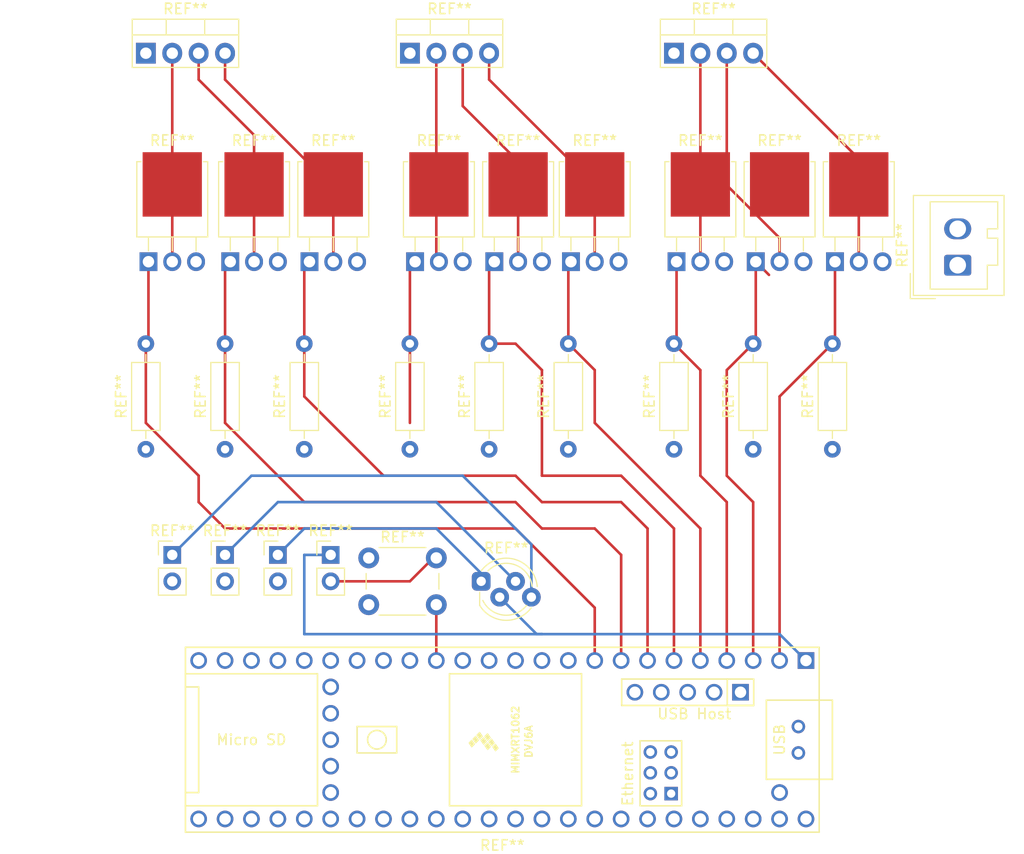
<source format=kicad_pcb>
(kicad_pcb (version 20221018) (generator pcbnew)
  (layers (0 "F.Cu" signal) (31 "B.Cu" signal) (34 "B.Paste" user) (35 "F.Paste" user) (36 "B.SilkS" user "B.Silkscreen") (37 "F.SilkS" user "F.Silkscreen") (38 "B.Mask" user) (39 "F.Mask" user) (44 "Edge.Cuts" user))
  (net 0 "")
  (footprint "Resistor_THT:R_Axial_DIN0207_L6.3mm_D2.5mm_P10.16mm_Horizontal" (layer "F.Cu") (at 101.6 86.36 90)
    (fp_text reference "REF**" (at 5.08 -2.37 90) (layer "F.SilkS"))
    (fp_text value "R_Axial_DIN0207_L6.3mm_D2.5mm_P10.16mm_Horizontal")
    (pad "1" thru_hole circle (at 0 0 90) (size 1.6 1.6) (drill 0.8) (layers "*.Cu" "*.Mask"))
    (pad "2" thru_hole oval (at 10.16 0 90) (size 1.6 1.6) (drill 0.8) (layers "*.Cu" "*.Mask"))
  )
  (footprint "Connector_PinHeader_2.54mm:PinHeader_1x02_P2.54mm_Vertical" (layer "F.Cu") (at 68.58 96.52)
    (fp_text reference "REF**" (at 0 -2.33) (layer "F.SilkS"))
    (fp_text value "PinHeader_1x02_P2.54mm_Vertical")
    (pad "1" thru_hole rect (at 0 0) (size 1.7 1.7) (drill 1) (layers "*.Cu" "*.Mask"))
    (pad "2" thru_hole oval (at 0 2.54) (size 1.7 1.7) (drill 1) (layers "*.Cu" "*.Mask"))
  )
  (footprint "Connector_PinHeader_2.54mm:PinHeader_1x02_P2.54mm_Vertical" (layer "F.Cu") (at 53.34 96.52)
    (fp_text reference "REF**" (at 0 -2.33) (layer "F.SilkS"))
    (fp_text value "PinHeader_1x02_P2.54mm_Vertical")
    (pad "1" thru_hole rect (at 0 0) (size 1.7 1.7) (drill 1) (layers "*.Cu" "*.Mask"))
    (pad "2" thru_hole oval (at 0 2.54) (size 1.7 1.7) (drill 1) (layers "*.Cu" "*.Mask"))
  )
  (footprint "Package_TO_SOT_THT:TO-251-3-1EP_Horizontal_TabDown" (layer "F.Cu") (at 84.32 68.315)
    (fp_text reference "REF**" (at 2.29 -11.653333) (layer "F.SilkS"))
    (fp_text value "TO-251-3-1EP_Horizontal_TabDown")
    (pad "1" thru_hole rect (at 0 0) (size 1.7175 1.8) (drill 1.1) (layers "*.Cu" "*.Mask"))
    (pad "2" thru_hole oval (at 2.29 0) (size 1.7175 1.8) (drill 1.1) (layers "*.Cu" "*.Mask"))
    (pad "3" thru_hole oval (at 4.58 0) (size 1.7175 1.8) (drill 1.1) (layers "*.Cu" "*.Mask"))
    (pad "4" smd rect (at 2.29 -7.433333) (size 5.7 6.2) (layers "F.Cu" "F.Paste" "F.Mask"))
  )
  (footprint "Connector_Wago:Wago_734-132_1x02_P3.50mm_Vertical" (layer "F.Cu") (at 128.893461 68.652754 90)
    (fp_text reference "REF**" (at 1.9 -5.35 90) (layer "F.SilkS"))
    (fp_text value "Wago_734-132_1x02_P3.50mm_Vertical")
    (pad "1" thru_hole roundrect (at 0 0 90) (size 2 2.6) (drill 1.6) (layers "*.Cu" "*.Mask") (roundrect_rratio 0.125))
    (pad "2" thru_hole oval (at 3.5 0 90) (size 2 2.6) (drill 1.6) (layers "*.Cu" "*.Mask"))
  )
  (footprint "Package_TO_SOT_THT:TO-251-3-1EP_Horizontal_TabDown" (layer "F.Cu") (at 76.7 68.315)
    (fp_text reference "REF**" (at 2.29 -11.653333) (layer "F.SilkS"))
    (fp_text value "TO-251-3-1EP_Horizontal_TabDown")
    (pad "1" thru_hole rect (at 0 0) (size 1.7175 1.8) (drill 1.1) (layers "*.Cu" "*.Mask"))
    (pad "2" thru_hole oval (at 2.29 0) (size 1.7175 1.8) (drill 1.1) (layers "*.Cu" "*.Mask"))
    (pad "3" thru_hole oval (at 4.58 0) (size 1.7175 1.8) (drill 1.1) (layers "*.Cu" "*.Mask"))
    (pad "4" smd rect (at 2.29 -7.433333) (size 5.7 6.2) (layers "F.Cu" "F.Paste" "F.Mask"))
  )
  (footprint "LED_THT:LED_D5.0mm-4_RGB_Staggered_Pins" (layer "F.Cu") (at 83.058 99.06)
    (fp_text reference "REF**" (at 2.413 -3.198) (layer "F.SilkS"))
    (fp_text value "LED_D5.0mm-4_RGB_Staggered_Pins")
    (pad "1" thru_hole roundrect (at 0 0) (size 1.8 1.8) (drill 0.9) (layers "*.Cu" "*.Mask"))
    (pad "2" thru_hole circle (at 1.778 1.524) (size 1.8 1.8) (drill 0.9) (layers "*.Cu" "*.Mask"))
    (pad "3" thru_hole circle (at 3.302 0) (size 1.8 1.8) (drill 0.9) (layers "*.Cu" "*.Mask"))
    (pad "4" thru_hole circle (at 4.826 1.524) (size 1.8 1.8) (drill 0.9) (layers "*.Cu" "*.Mask"))
  )
  (footprint "Package_TO_SOT_THT:TO-251-3-1EP_Horizontal_TabDown" (layer "F.Cu") (at 117.09 68.315)
    (fp_text reference "REF**" (at 2.29 -11.653333) (layer "F.SilkS"))
    (fp_text value "TO-251-3-1EP_Horizontal_TabDown")
    (pad "1" thru_hole rect (at 0 0) (size 1.7175 1.8) (drill 1.1) (layers "*.Cu" "*.Mask"))
    (pad "2" thru_hole oval (at 2.29 0) (size 1.7175 1.8) (drill 1.1) (layers "*.Cu" "*.Mask"))
    (pad "3" thru_hole oval (at 4.58 0) (size 1.7175 1.8) (drill 1.1) (layers "*.Cu" "*.Mask"))
    (pad "4" smd rect (at 2.29 -7.433333) (size 5.7 6.2) (layers "F.Cu" "F.Paste" "F.Mask"))
  )
  (footprint "Resistor_THT:R_Axial_DIN0207_L6.3mm_D2.5mm_P10.16mm_Horizontal" (layer "F.Cu") (at 66.04 86.36 90)
    (fp_text reference "REF**" (at 5.08 -2.37 90) (layer "F.SilkS"))
    (fp_text value "R_Axial_DIN0207_L6.3mm_D2.5mm_P10.16mm_Horizontal")
    (pad "1" thru_hole circle (at 0 0 90) (size 1.6 1.6) (drill 0.8) (layers "*.Cu" "*.Mask"))
    (pad "2" thru_hole oval (at 10.16 0 90) (size 1.6 1.6) (drill 0.8) (layers "*.Cu" "*.Mask"))
  )
  (footprint "Package_TO_SOT_THT:TO-251-3-1EP_Horizontal_TabDown" (layer "F.Cu") (at 101.85 68.315)
    (fp_text reference "REF**" (at 2.29 -11.653333) (layer "F.SilkS"))
    (fp_text value "TO-251-3-1EP_Horizontal_TabDown")
    (pad "1" thru_hole rect (at 0 0) (size 1.7175 1.8) (drill 1.1) (layers "*.Cu" "*.Mask"))
    (pad "2" thru_hole oval (at 2.29 0) (size 1.7175 1.8) (drill 1.1) (layers "*.Cu" "*.Mask"))
    (pad "3" thru_hole oval (at 4.58 0) (size 1.7175 1.8) (drill 1.1) (layers "*.Cu" "*.Mask"))
    (pad "4" smd rect (at 2.29 -7.433333) (size 5.7 6.2) (layers "F.Cu" "F.Paste" "F.Mask"))
  )
  (footprint "Connector_PinHeader_2.54mm:PinHeader_1x02_P2.54mm_Vertical" (layer "F.Cu") (at 58.42 96.52)
    (fp_text reference "REF**" (at 0 -2.33) (layer "F.SilkS"))
    (fp_text value "PinHeader_1x02_P2.54mm_Vertical")
    (pad "1" thru_hole rect (at 0 0) (size 1.7 1.7) (drill 1) (layers "*.Cu" "*.Mask"))
    (pad "2" thru_hole oval (at 0 2.54) (size 1.7 1.7) (drill 1) (layers "*.Cu" "*.Mask"))
  )
  (footprint "Button_Switch_THT:SW_PUSH_6mm_H13mm" (layer "F.Cu") (at 72.24 96.81)
    (fp_text reference "REF**" (at 3.25 -2) (layer "F.SilkS"))
    (fp_text value "SW_PUSH_6mm_H13mm")
    (pad "1" thru_hole circle (at 0 0 90) (size 2 2) (drill 1.1) (layers "*.Cu" "*.Mask"))
    (pad "1" thru_hole circle (at 6.5 0 90) (size 2 2) (drill 1.1) (layers "*.Cu" "*.Mask"))
    (pad "2" thru_hole circle (at 0 4.5 90) (size 2 2) (drill 1.1) (layers "*.Cu" "*.Mask"))
    (pad "2" thru_hole circle (at 6.5 4.5 90) (size 2 2) (drill 1.1) (layers "*.Cu" "*.Mask"))
  )
  (footprint "Resistor_THT:R_Axial_DIN0207_L6.3mm_D2.5mm_P10.16mm_Horizontal" (layer "F.Cu") (at 58.42 86.36 90)
    (fp_text reference "REF**" (at 5.08 -2.37 90) (layer "F.SilkS"))
    (fp_text value "R_Axial_DIN0207_L6.3mm_D2.5mm_P10.16mm_Horizontal")
    (pad "1" thru_hole circle (at 0 0 90) (size 1.6 1.6) (drill 0.8) (layers "*.Cu" "*.Mask"))
    (pad "2" thru_hole oval (at 10.16 0 90) (size 1.6 1.6) (drill 0.8) (layers "*.Cu" "*.Mask"))
  )
  (footprint "Resistor_THT:R_Axial_DIN0207_L6.3mm_D2.5mm_P10.16mm_Horizontal" (layer "F.Cu") (at 76.2 86.36 90)
    (fp_text reference "REF**" (at 5.08 -2.37 90) (layer "F.SilkS"))
    (fp_text value "R_Axial_DIN0207_L6.3mm_D2.5mm_P10.16mm_Horizontal")
    (pad "1" thru_hole circle (at 0 0 90) (size 1.6 1.6) (drill 0.8) (layers "*.Cu" "*.Mask"))
    (pad "2" thru_hole oval (at 10.16 0 90) (size 1.6 1.6) (drill 0.8) (layers "*.Cu" "*.Mask"))
  )
  (footprint "Package_TO_SOT_THT:TO-220-4_Vertical" (layer "F.Cu") (at 101.6 48.26)
    (fp_text reference "REF**" (at 3.81 -4.27) (layer "F.SilkS"))
    (fp_text value "TO-220-4_Vertical")
    (pad "1" thru_hole rect (at 0 0) (size 1.905 2) (drill 1.1) (layers "*.Cu" "*.Mask"))
    (pad "2" thru_hole oval (at 2.54 0) (size 1.905 2) (drill 1.1) (layers "*.Cu" "*.Mask"))
    (pad "3" thru_hole oval (at 5.08 0) (size 1.905 2) (drill 1.1) (layers "*.Cu" "*.Mask"))
    (pad "4" thru_hole oval (at 7.62 0) (size 1.905 2) (drill 1.1) (layers "*.Cu" "*.Mask"))
  )
  (footprint "Resistor_THT:R_Axial_DIN0207_L6.3mm_D2.5mm_P10.16mm_Horizontal" (layer "F.Cu") (at 91.44 86.36 90)
    (fp_text reference "REF**" (at 5.08 -2.37 90) (layer "F.SilkS"))
    (fp_text value "R_Axial_DIN0207_L6.3mm_D2.5mm_P10.16mm_Horizontal")
    (pad "1" thru_hole circle (at 0 0 90) (size 1.6 1.6) (drill 0.8) (layers "*.Cu" "*.Mask"))
    (pad "2" thru_hole oval (at 10.16 0 90) (size 1.6 1.6) (drill 0.8) (layers "*.Cu" "*.Mask"))
  )
  (footprint "Package_TO_SOT_THT:TO-251-3-1EP_Horizontal_TabDown" (layer "F.Cu") (at 109.47 68.315)
    (fp_text reference "REF**" (at 2.29 -11.653333) (layer "F.SilkS"))
    (fp_text value "TO-251-3-1EP_Horizontal_TabDown")
    (pad "1" thru_hole rect (at 0 0) (size 1.7175 1.8) (drill 1.1) (layers "*.Cu" "*.Mask"))
    (pad "2" thru_hole oval (at 2.29 0) (size 1.7175 1.8) (drill 1.1) (layers "*.Cu" "*.Mask"))
    (pad "3" thru_hole oval (at 4.58 0) (size 1.7175 1.8) (drill 1.1) (layers "*.Cu" "*.Mask"))
    (pad "4" smd rect (at 2.29 -7.433333) (size 5.7 6.2) (layers "F.Cu" "F.Paste" "F.Mask"))
  )
  (footprint "Resistor_THT:R_Axial_DIN0207_L6.3mm_D2.5mm_P10.16mm_Horizontal" (layer "F.Cu") (at 109.22 86.36 90)
    (fp_text reference "REF**" (at 5.08 -2.37 90) (layer "F.SilkS"))
    (fp_text value "R_Axial_DIN0207_L6.3mm_D2.5mm_P10.16mm_Horizontal")
    (pad "1" thru_hole circle (at 0 0 90) (size 1.6 1.6) (drill 0.8) (layers "*.Cu" "*.Mask"))
    (pad "2" thru_hole oval (at 10.16 0 90) (size 1.6 1.6) (drill 0.8) (layers "*.Cu" "*.Mask"))
  )
  (footprint "Package_TO_SOT_THT:TO-220-4_Vertical" (layer "F.Cu") (at 76.2 48.26)
    (fp_text reference "REF**" (at 3.81 -4.27) (layer "F.SilkS"))
    (fp_text value "TO-220-4_Vertical")
    (pad "1" thru_hole rect (at 0 0) (size 1.905 2) (drill 1.1) (layers "*.Cu" "*.Mask"))
    (pad "2" thru_hole oval (at 2.54 0) (size 1.905 2) (drill 1.1) (layers "*.Cu" "*.Mask"))
    (pad "3" thru_hole oval (at 5.08 0) (size 1.905 2) (drill 1.1) (layers "*.Cu" "*.Mask"))
    (pad "4" thru_hole oval (at 7.62 0) (size 1.905 2) (drill 1.1) (layers "*.Cu" "*.Mask"))
  )
  (footprint "Resistor_THT:R_Axial_DIN0207_L6.3mm_D2.5mm_P10.16mm_Horizontal" (layer "F.Cu") (at 83.82 86.36 90)
    (fp_text reference "REF**" (at 5.08 -2.37 90) (layer "F.SilkS"))
    (fp_text value "R_Axial_DIN0207_L6.3mm_D2.5mm_P10.16mm_Horizontal")
    (pad "1" thru_hole circle (at 0 0 90) (size 1.6 1.6) (drill 0.8) (layers "*.Cu" "*.Mask"))
    (pad "2" thru_hole oval (at 10.16 0 90) (size 1.6 1.6) (drill 0.8) (layers "*.Cu" "*.Mask"))
  )
  (footprint "Resistor_THT:R_Axial_DIN0207_L6.3mm_D2.5mm_P10.16mm_Horizontal" (layer "F.Cu") (at 116.84 86.36 90)
    (fp_text reference "REF**" (at 5.08 -2.37 90) (layer "F.SilkS"))
    (fp_text value "R_Axial_DIN0207_L6.3mm_D2.5mm_P10.16mm_Horizontal")
    (pad "1" thru_hole circle (at 0 0 90) (size 1.6 1.6) (drill 0.8) (layers "*.Cu" "*.Mask"))
    (pad "2" thru_hole oval (at 10.16 0 90) (size 1.6 1.6) (drill 0.8) (layers "*.Cu" "*.Mask"))
  )
  (footprint "teensy:Teensy41" (layer "F.Cu") (at 85.09 114.3 180)
    (fp_text reference "REF**" (at 0 -10.16) (layer "F.SilkS"))
    (fp_text value "Teensy 4.1" hide)
    (fp_text user "DVJ6A" (at -2.54 -0.18 90) (layer "F.SilkS") (effects (font (size 0.7 0.7))))
    (fp_text user "MIMXRT1062" (at -1.27 0 90) (layer "F.SilkS") (effects (font (size 0.7 0.7))))
    (fp_text user "Ethernet" (at -12.065 -3.2766 90) (layer "F.SilkS"))
    (fp_text user "Micro SD" (at 24.13 0) (layer "F.SilkS"))
    (fp_text user "USB Host" (at -18.4658 2.4892) (layer "F.SilkS"))
    (fp_text user "USB" (at -26.67 0 90) (layer "F.SilkS"))
    (pad "1" thru_hole rect (at -29.21 7.62 180) (size 1.6 1.6) (drill 1.1) (layers "*.Cu" "*.Mask"))
    (pad "2" thru_hole circle (at -26.67 7.62 180) (size 1.6 1.6) (drill 1.1) (layers "*.Cu" "*.Mask"))
    (pad "3" thru_hole circle (at -24.13 7.62 180) (size 1.6 1.6) (drill 1.1) (layers "*.Cu" "*.Mask"))
    (pad "4" thru_hole circle (at -21.59 7.62 180) (size 1.6 1.6) (drill 1.1) (layers "*.Cu" "*.Mask"))
    (pad "5" thru_hole circle (at -19.05 7.62 180) (size 1.6 1.6) (drill 1.1) (layers "*.Cu" "*.Mask"))
    (pad "6" thru_hole circle (at -16.51 7.62 180) (size 1.6 1.6) (drill 1.1) (layers "*.Cu" "*.Mask"))
    (pad "7" thru_hole circle (at -13.97 7.62 180) (size 1.6 1.6) (drill 1.1) (layers "*.Cu" "*.Mask"))
    (pad "8" thru_hole circle (at -11.43 7.62 180) (size 1.6 1.6) (drill 1.1) (layers "*.Cu" "*.Mask"))
    (pad "9" thru_hole circle (at -8.89 7.62 180) (size 1.6 1.6) (drill 1.1) (layers "*.Cu" "*.Mask"))
    (pad "10" thru_hole circle (at -6.35 7.62 180) (size 1.6 1.6) (drill 1.1) (layers "*.Cu" "*.Mask"))
    (pad "11" thru_hole circle (at -3.81 7.62 180) (size 1.6 1.6) (drill 1.1) (layers "*.Cu" "*.Mask"))
    (pad "12" thru_hole circle (at -1.27 7.62 180) (size 1.6 1.6) (drill 1.1) (layers "*.Cu" "*.Mask"))
    (pad "13" thru_hole circle (at 1.27 7.62 180) (size 1.6 1.6) (drill 1.1) (layers "*.Cu" "*.Mask"))
    (pad "14" thru_hole circle (at 3.81 7.62 180) (size 1.6 1.6) (drill 1.1) (layers "*.Cu" "*.Mask"))
    (pad "15" thru_hole circle (at 6.35 7.62 180) (size 1.6 1.6) (drill 1.1) (layers "*.Cu" "*.Mask"))
    (pad "16" thru_hole circle (at 8.89 7.62 180) (size 1.6 1.6) (drill 1.1) (layers "*.Cu" "*.Mask"))
    (pad "17" thru_hole circle (at 11.43 7.62 180) (size 1.6 1.6) (drill 1.1) (layers "*.Cu" "*.Mask"))
    (pad "18" thru_hole circle (at 13.97 7.62 180) (size 1.6 1.6) (drill 1.1) (layers "*.Cu" "*.Mask"))
    (pad "19" thru_hole circle (at 16.51 7.62 180) (size 1.6 1.6) (drill 1.1) (layers "*.Cu" "*.Mask"))
    (pad "20" thru_hole circle (at 19.05 7.62 180) (size 1.6 1.6) (drill 1.1) (layers "*.Cu" "*.Mask"))
    (pad "21" thru_hole circle (at 21.59 7.62 180) (size 1.6 1.6) (drill 1.1) (layers "*.Cu" "*.Mask"))
    (pad "22" thru_hole circle (at 24.13 7.62 180) (size 1.6 1.6) (drill 1.1) (layers "*.Cu" "*.Mask"))
    (pad "23" thru_hole circle (at 26.67 7.62 180) (size 1.6 1.6) (drill 1.1) (layers "*.Cu" "*.Mask"))
    (pad "24" thru_hole circle (at 29.21 7.62 180) (size 1.6 1.6) (drill 1.1) (layers "*.Cu" "*.Mask"))
    (pad "25" thru_hole circle (at 29.21 -7.62 180) (size 1.6 1.6) (drill 1.1) (layers "*.Cu" "*.Mask"))
    (pad "26" thru_hole circle (at 26.67 -7.62 180) (size 1.6 1.6) (drill 1.1) (layers "*.Cu" "*.Mask"))
    (pad "27" thru_hole circle (at 24.13 -7.62 180) (size 1.6 1.6) (drill 1.1) (layers "*.Cu" "*.Mask"))
    (pad "28" thru_hole circle (at 21.59 -7.62 180) (size 1.6 1.6) (drill 1.1) (layers "*.Cu" "*.Mask"))
    (pad "29" thru_hole circle (at 19.05 -7.62 180) (size 1.6 1.6) (drill 1.1) (layers "*.Cu" "*.Mask"))
    (pad "30" thru_hole circle (at 16.51 -7.62 180) (size 1.6 1.6) (drill 1.1) (layers "*.Cu" "*.Mask"))
    (pad "31" thru_hole circle (at 13.97 -7.62 180) (size 1.6 1.6) (drill 1.1) (layers "*.Cu" "*.Mask"))
    (pad "32" thru_hole circle (at 11.43 -7.62 180) (size 1.6 1.6) (drill 1.1) (layers "*.Cu" "*.Mask"))
    (pad "33" thru_hole circle (at 8.89 -7.62 180) (size 1.6 1.6) (drill 1.1) (layers "*.Cu" "*.Mask"))
    (pad "34" thru_hole circle (at 6.35 -7.62 180) (size 1.6 1.6) (drill 1.1) (layers "*.Cu" "*.Mask"))
    (pad "35" thru_hole circle (at 3.81 -7.62 180) (size 1.6 1.6) (drill 1.1) (layers "*.Cu" "*.Mask"))
    (pad "36" thru_hole circle (at 1.27 -7.62 180) (size 1.6 1.6) (drill 1.1) (layers "*.Cu" "*.Mask"))
    (pad "37" thru_hole circle (at -1.27 -7.62 180) (size 1.6 1.6) (drill 1.1) (layers "*.Cu" "*.Mask"))
    (pad "38" thru_hole circle (at -3.81 -7.62 180) (size 1.6 1.6) (drill 1.1) (layers "*.Cu" "*.Mask"))
    (pad "39" thru_hole circle (at -6.35 -7.62 180) (size 1.6 1.6) (drill 1.1) (layers "*.Cu" "*.Mask"))
    (pad "40" thru_hole circle (at -8.89 -7.62 180) (size 1.6 1.6) (drill 1.1) (layers "*.Cu" "*.Mask"))
    (pad "41" thru_hole circle (at -11.43 -7.62 180) (size 1.6 1.6) (drill 1.1) (layers "*.Cu" "*.Mask"))
    (pad "42" thru_hole circle (at -13.97 -7.62 180) (size 1.6 1.6) (drill 1.1) (layers "*.Cu" "*.Mask"))
    (pad "43" thru_hole circle (at -16.51 -7.62 180) (size 1.6 1.6) (drill 1.1) (layers "*.Cu" "*.Mask"))
    (pad "44" thru_hole circle (at -19.05 -7.62 180) (size 1.6 1.6) (drill 1.1) (layers "*.Cu" "*.Mask"))
    (pad "45" thru_hole circle (at -21.59 -7.62 180) (size 1.6 1.6) (drill 1.1) (layers "*.Cu" "*.Mask"))
    (pad "46" thru_hole circle (at -24.13 -7.62 180) (size 1.6 1.6) (drill 1.1) (layers "*.Cu" "*.Mask"))
    (pad "47" thru_hole circle (at -26.67 -7.62 180) (size 1.6 1.6) (drill 1.1) (layers "*.Cu" "*.Mask"))
    (pad "48" thru_hole circle (at -29.21 -7.62 180) (size 1.6 1.6) (drill 1.1) (layers "*.Cu" "*.Mask"))
    (pad "49" thru_hole circle (at -26.67 -5.08 180) (size 1.6 1.6) (drill 1.1) (layers "*.Cu" "*.Mask"))
    (pad "50" thru_hole circle (at 16.51 5.08 180) (size 1.6 1.6) (drill 1.1) (layers "*.Cu" "*.Mask"))
    (pad "51" thru_hole circle (at 16.51 2.54 180) (size 1.6 1.6) (drill 1.1) (layers "*.Cu" "*.Mask"))
    (pad "52" thru_hole circle (at 16.51 0 180) (size 1.6 1.6) (drill 1.1) (layers "*.Cu" "*.Mask"))
    (pad "53" thru_hole circle (at 16.51 -2.54 180) (size 1.6 1.6) (drill 1.1) (layers "*.Cu" "*.Mask"))
    (pad "54" thru_hole circle (at 16.51 -5.08 180) (size 1.6 1.6) (drill 1.1) (layers "*.Cu" "*.Mask"))
    (pad "55" thru_hole rect (at -22.9108 4.5692 180) (size 1.6 1.6) (drill 1.1) (layers "*.Cu" "*.Mask"))
    (pad "56" thru_hole circle (at -20.3708 4.5692 180) (size 1.6 1.6) (drill 1.1) (layers "*.Cu" "*.Mask"))
    (pad "57" thru_hole circle (at -17.8308 4.5692 180) (size 1.6 1.6) (drill 1.1) (layers "*.Cu" "*.Mask"))
    (pad "58" thru_hole circle (at -15.2908 4.5692 180) (size 1.6 1.6) (drill 1.1) (layers "*.Cu" "*.Mask"))
    (pad "59" thru_hole circle (at -12.7508 4.5692 180) (size 1.6 1.6) (drill 1.1) (layers "*.Cu" "*.Mask"))
    (pad "60" thru_hole rect (at -16.24 -5.1816 180) (size 1.3 1.3) (drill 0.8) (layers "*.Cu" "*.Mask"))
    (pad "61" thru_hole circle (at -16.24 -3.1816 180) (size 1.3 1.3) (drill 0.8) (layers "*.Cu" "*.Mask"))
    (pad "62" thru_hole circle (at -16.24 -1.1816 180) (size 1.3 1.3) (drill 0.8) (layers "*.Cu" "*.Mask"))
    (pad "63" thru_hole circle (at -14.24 -1.1816 180) (size 1.3 1.3) (drill 0.8) (layers "*.Cu" "*.Mask"))
    (pad "64" thru_hole circle (at -14.24 -3.1816 180) (size 1.3 1.3) (drill 0.8) (layers "*.Cu" "*.Mask"))
    (pad "65" thru_hole circle (at -14.24 -5.1816 180) (size 1.3 1.3) (drill 0.8) (layers "*.Cu" "*.Mask"))
    (pad "66" thru_hole circle (at -28.48 -1.27 180) (size 1.3 1.3) (drill 0.8) (layers "*.Cu" "*.Mask"))
    (pad "67" thru_hole circle (at -28.48 1.27 180) (size 1.3 1.3) (drill 0.8) (layers "*.Cu" "*.Mask"))
  )
  (footprint "Connector_PinHeader_2.54mm:PinHeader_1x02_P2.54mm_Vertical" (layer "F.Cu") (at 63.5 96.52)
    (fp_text reference "REF**" (at 0 -2.33) (layer "F.SilkS"))
    (fp_text value "PinHeader_1x02_P2.54mm_Vertical")
    (pad "1" thru_hole rect (at 0 0) (size 1.7 1.7) (drill 1) (layers "*.Cu" "*.Mask"))
    (pad "2" thru_hole oval (at 0 2.54) (size 1.7 1.7) (drill 1) (layers "*.Cu" "*.Mask"))
  )
  (footprint "Package_TO_SOT_THT:TO-220-4_Vertical" (layer "F.Cu") (at 50.8 48.26)
    (fp_text reference "REF**" (at 3.81 -4.27) (layer "F.SilkS"))
    (fp_text value "TO-220-4_Vertical")
    (pad "1" thru_hole rect (at 0 0) (size 1.905 2) (drill 1.1) (layers "*.Cu" "*.Mask"))
    (pad "2" thru_hole oval (at 2.54 0) (size 1.905 2) (drill 1.1) (layers "*.Cu" "*.Mask"))
    (pad "3" thru_hole oval (at 5.08 0) (size 1.905 2) (drill 1.1) (layers "*.Cu" "*.Mask"))
    (pad "4" thru_hole oval (at 7.62 0) (size 1.905 2) (drill 1.1) (layers "*.Cu" "*.Mask"))
  )
  (footprint "Package_TO_SOT_THT:TO-251-3-1EP_Horizontal_TabDown" (layer "F.Cu") (at 66.54 68.315)
    (fp_text reference "REF**" (at 2.29 -11.653333) (layer "F.SilkS"))
    (fp_text value "TO-251-3-1EP_Horizontal_TabDown")
    (pad "1" thru_hole rect (at 0 0) (size 1.7175 1.8) (drill 1.1) (layers "*.Cu" "*.Mask"))
    (pad "2" thru_hole oval (at 2.29 0) (size 1.7175 1.8) (drill 1.1) (layers "*.Cu" "*.Mask"))
    (pad "3" thru_hole oval (at 4.58 0) (size 1.7175 1.8) (drill 1.1) (layers "*.Cu" "*.Mask"))
    (pad "4" smd rect (at 2.29 -7.433333) (size 5.7 6.2) (layers "F.Cu" "F.Paste" "F.Mask"))
  )
  (footprint "Package_TO_SOT_THT:TO-251-3-1EP_Horizontal_TabDown" (layer "F.Cu") (at 51.05 68.315)
    (fp_text reference "REF**" (at 2.29 -11.653333) (layer "F.SilkS"))
    (fp_text value "TO-251-3-1EP_Horizontal_TabDown")
    (pad "1" thru_hole rect (at 0 0) (size 1.7175 1.8) (drill 1.1) (layers "*.Cu" "*.Mask"))
    (pad "2" thru_hole oval (at 2.29 0) (size 1.7175 1.8) (drill 1.1) (layers "*.Cu" "*.Mask"))
    (pad "3" thru_hole oval (at 4.58 0) (size 1.7175 1.8) (drill 1.1) (layers "*.Cu" "*.Mask"))
    (pad "4" smd rect (at 2.29 -7.433333) (size 5.7 6.2) (layers "F.Cu" "F.Paste" "F.Mask"))
  )
  (footprint "Package_TO_SOT_THT:TO-251-3-1EP_Horizontal_TabDown" (layer "F.Cu") (at 91.69 68.315)
    (fp_text reference "REF**" (at 2.29 -11.653333) (layer "F.SilkS"))
    (fp_text value "TO-251-3-1EP_Horizontal_TabDown")
    (pad "1" thru_hole rect (at 0 0) (size 1.7175 1.8) (drill 1.1) (layers "*.Cu" "*.Mask"))
    (pad "2" thru_hole oval (at 2.29 0) (size 1.7175 1.8) (drill 1.1) (layers "*.Cu" "*.Mask"))
    (pad "3" thru_hole oval (at 4.58 0) (size 1.7175 1.8) (drill 1.1) (layers "*.Cu" "*.Mask"))
    (pad "4" smd rect (at 2.29 -7.433333) (size 5.7 6.2) (layers "F.Cu" "F.Paste" "F.Mask"))
  )
  (footprint "Resistor_THT:R_Axial_DIN0207_L6.3mm_D2.5mm_P10.16mm_Horizontal" (layer "F.Cu") (at 50.8 86.36 90)
    (fp_text reference "REF**" (at 5.08 -2.37 90) (layer "F.SilkS"))
    (fp_text value "R_Axial_DIN0207_L6.3mm_D2.5mm_P10.16mm_Horizontal")
    (pad "1" thru_hole circle (at 0 0 90) (size 1.6 1.6) (drill 0.8) (layers "*.Cu" "*.Mask"))
    (pad "2" thru_hole oval (at 10.16 0 90) (size 1.6 1.6) (drill 0.8) (layers "*.Cu" "*.Mask"))
  )
  (footprint "Package_TO_SOT_THT:TO-251-3-1EP_Horizontal_TabDown" (layer "F.Cu") (at 58.92 68.315)
    (fp_text reference "REF**" (at 2.29 -11.653333) (layer "F.SilkS"))
    (fp_text value "TO-251-3-1EP_Horizontal_TabDown")
    (pad "1" thru_hole rect (at 0 0) (size 1.7175 1.8) (drill 1.1) (layers "*.Cu" "*.Mask"))
    (pad "2" thru_hole oval (at 2.29 0) (size 1.7175 1.8) (drill 1.1) (layers "*.Cu" "*.Mask"))
    (pad "3" thru_hole oval (at 4.58 0) (size 1.7175 1.8) (drill 1.1) (layers "*.Cu" "*.Mask"))
    (pad "4" smd rect (at 2.29 -7.433333) (size 5.7 6.2) (layers "F.Cu" "F.Paste" "F.Mask"))
  )
  (segment (start 88.9 78.74) (end 86.36 76.2) (width 0.25) (layer "F.Cu") (net 0))
  (segment (start 66.04 76.2) (end 66.04 68.815) (width 0.25) (layer "F.Cu") (net 0))
  (segment (start 55.88 48.26) (end 55.88 50.8) (width 0.25) (layer "F.Cu") (net 0))
  (segment (start 55.88 91.44) (end 58.42 93.98) (width 0.25) (layer "F.Cu") (net 0))
  (segment (start 104.14 78.74) (end 101.6 76.2) (width 0.25) (layer "F.Cu") (net 0))
  (segment (start 109.47 75.95) (end 109.22 76.2) (width 0.25) (layer "F.Cu") (net 0))
  (segment (start 58.42 68.815) (end 58.92 68.315) (width 0.25) (layer "F.Cu") (net 0))
  (segment (start 119.38 58.42) (end 109.22 48.26) (width 0.25) (layer "F.Cu") (net 0))
  (segment (start 101.6 93.98) (end 96.52 88.9) (width 0.25) (layer "F.Cu") (net 0))
  (segment (start 111.76 66.04) (end 111.76 68.315) (width 0.25) (layer "F.Cu") (net 0))
  (segment (start 109.47 68.315) (end 109.47 75.95) (width 0.25) (layer "F.Cu") (net 0))
  (segment (start 66.04 76.2) (end 66.04 81.28) (width 0.25) (layer "F.Cu") (net 0))
  (segment (start 106.68 106.68) (end 106.68 91.44) (width 0.25) (layer "F.Cu") (net 0))
  (segment (start 66.04 91.44) (end 86.36 91.44) (width 0.25) (layer "F.Cu") (net 0))
  (segment (start 53.34 48.26) (end 53.34 68.315) (width 0.25) (layer "F.Cu") (net 0))
  (segment (start 83.82 68.815) (end 84.32 68.315) (width 0.25) (layer "F.Cu") (net 0))
  (segment (start 58.42 83.82) (end 66.04 91.44) (width 0.25) (layer "F.Cu") (net 0))
  (segment (start 51.05 68.315) (end 51.05 75.95) (width 0.25) (layer "F.Cu") (net 0))
  (segment (start 106.68 48.26) (end 106.68 60.96) (width 0.25) (layer "F.Cu") (net 0))
  (segment (start 109.22 106.68) (end 109.22 91.44) (width 0.25) (layer "F.Cu") (net 0))
  (segment (start 93.98 101.6) (end 93.98 106.68) (width 0.25) (layer "F.Cu") (net 0))
  (segment (start 101.85 75.95) (end 101.6 76.2) (width 0.25) (layer "F.Cu") (net 0))
  (segment (start 117.09 75.95) (end 116.84 76.2) (width 0.25) (layer "F.Cu") (net 0))
  (segment (start 96.52 91.44) (end 99.06 93.98) (width 0.25) (layer "F.Cu") (net 0))
  (segment (start 111.76 106.68) (end 111.76 81.28) (width 0.25) (layer "F.Cu") (net 0))
  (segment (start 104.14 88.9) (end 104.14 78.74) (width 0.25) (layer "F.Cu") (net 0))
  (segment (start 101.85 68.315) (end 101.85 75.95) (width 0.25) (layer "F.Cu") (net 0))
  (segment (start 86.36 76.2) (end 83.82 76.2) (width 0.25) (layer "F.Cu") (net 0))
  (segment (start 86.36 93.98) (end 93.98 101.6) (width 0.25) (layer "F.Cu") (net 0))
  (segment (start 84.32 69.08) (end 84.32 68.315) (width 0.25) (layer "F.Cu") (net 0))
  (segment (start 66.04 68.815) (end 66.54 68.315) (width 0.25) (layer "F.Cu") (net 0))
  (segment (start 76.2 68.815) (end 76.7 68.315) (width 0.25) (layer "F.Cu") (net 0))
  (segment (start 81.28 53.34) (end 81.28 48.26) (width 0.25) (layer "F.Cu") (net 0))
  (segment (start 86.36 91.44) (end 88.9 93.98) (width 0.25) (layer "F.Cu") (net 0))
  (segment (start 50.8 76.2) (end 50.8 83.82) (width 0.25) (layer "F.Cu") (net 0))
  (segment (start 76.2 76.2) (end 76.2 83.82) (width 0.25) (layer "F.Cu") (net 0))
  (segment (start 109.22 91.44) (end 106.68 88.9) (width 0.25) (layer "F.Cu") (net 0))
  (segment (start 78.74 96.81) (end 78.74 96.52) (width 0.25) (layer "F.Cu") (net 0))
  (segment (start 88.9 91.44) (end 96.52 91.44) (width 0.25) (layer "F.Cu") (net 0))
  (segment (start 78.74 68.065) (end 78.99 68.315) (width 0.25) (layer "F.Cu") (net 0))
  (segment (start 119.38 68.315) (end 119.38 58.42) (width 0.25) (layer "F.Cu") (net 0))
  (segment (start 106.68 91.44) (end 104.14 88.9) (width 0.25) (layer "F.Cu") (net 0))
  (segment (start 93.98 93.98) (end 96.52 96.52) (width 0.25) (layer "F.Cu") (net 0))
  (segment (start 96.52 96.52) (end 96.52 106.68) (width 0.25) (layer "F.Cu") (net 0))
  (segment (start 58.42 48.26) (end 58.42 50.8) (width 0.25) (layer "F.Cu") (net 0))
  (segment (start 111.76 81.28) (end 116.84 76.2) (width 0.25) (layer "F.Cu") (net 0))
  (segment (start 83.82 76.2) (end 83.82 68.815) (width 0.25) (layer "F.Cu") (net 0))
  (segment (start 73.66 88.9) (end 86.36 88.9) (width 0.25) (layer "F.Cu") (net 0))
  (segment (start 93.98 83.82) (end 93.98 78.74) (width 0.25) (layer "F.Cu") (net 0))
  (segment (start 66.04 81.28) (end 73.66 88.9) (width 0.25) (layer "F.Cu") (net 0))
  (segment (start 86.61 68.315) (end 86.61 58.67) (width 0.25) (layer "F.Cu") (net 0))
  (segment (start 99.06 93.98) (end 99.06 106.68) (width 0.25) (layer "F.Cu") (net 0))
  (segment (start 86.61 58.67) (end 81.28 53.34) (width 0.25) (layer "F.Cu") (net 0))
  (segment (start 106.68 88.9) (end 106.68 78.74) (width 0.25) (layer "F.Cu") (net 0))
  (segment (start 76.2 76.2) (end 76.2 68.815) (width 0.25) (layer "F.Cu") (net 0))
  (segment (start 110.74 69.585) (end 109.47 68.315) (width 0.25) (layer "F.Cu") (net 0))
  (segment (start 96.52 88.9) (end 88.9 88.9) (width 0.25) (layer "F.Cu") (net 0))
  (segment (start 55.88 88.9) (end 55.88 91.44) (width 0.25) (layer "F.Cu") (net 0))
  (segment (start 58.42 93.98) (end 86.36 93.98) (width 0.25) (layer "F.Cu") (net 0))
  (segment (start 78.74 96.52) (end 76.2 99.06) (width 0.25) (layer "F.Cu") (net 0))
  (segment (start 106.68 60.96) (end 111.76 66.04) (width 0.25) (layer "F.Cu") (net 0))
  (segment (start 93.98 78.74) (end 91.44 76.2) (width 0.25) (layer "F.Cu") (net 0))
  (segment (start 93.98 83.82) (end 104.14 93.98) (width 0.25) (layer "F.Cu") (net 0))
  (segment (start 58.42 76.2) (end 58.42 68.815) (width 0.25) (layer "F.Cu") (net 0))
  (segment (start 83.82 48.26) (end 83.82 50.8) (width 0.25) (layer "F.Cu") (net 0))
  (segment (start 86.36 88.9) (end 88.9 91.44) (width 0.25) (layer "F.Cu") (net 0))
  (segment (start 58.42 50.8) (end 68.83 61.21) (width 0.25) (layer "F.Cu") (net 0))
  (segment (start 58.42 76.2) (end 58.42 83.82) (width 0.25) (layer "F.Cu") (net 0))
  (segment (start 76.7 69.08) (end 76.7 68.315) (width 0.25) (layer "F.Cu") (net 0))
  (segment (start 88.9 88.9) (end 88.9 78.74) (width 0.25) (layer "F.Cu") (net 0))
  (segment (start 78.74 48.26) (end 78.74 68.065) (width 0.25) (layer "F.Cu") (net 0))
  (segment (start 68.83 61.21) (end 68.83 68.315) (width 0.25) (layer "F.Cu") (net 0))
  (segment (start 101.6 106.68) (end 101.6 93.98) (width 0.25) (layer "F.Cu") (net 0))
  (segment (start 104.14 68.315) (end 104.14 48.26) (width 0.25) (layer "F.Cu") (net 0))
  (segment (start 61.21 56.13) (end 61.21 68.315) (width 0.25) (layer "F.Cu") (net 0))
  (segment (start 76.2 99.06) (end 68.58 99.06) (width 0.25) (layer "F.Cu") (net 0))
  (segment (start 106.68 78.74) (end 109.22 76.2) (width 0.25) (layer "F.Cu") (net 0))
  (segment (start 55.88 50.8) (end 61.21 56.13) (width 0.25) (layer "F.Cu") (net 0))
  (segment (start 93.98 60.96) (end 93.98 68.315) (width 0.25) (layer "F.Cu") (net 0))
  (segment (start 91.44 76.2) (end 91.44 68.565) (width 0.25) (layer "F.Cu") (net 0))
  (segment (start 83.82 50.8) (end 93.98 60.96) (width 0.25) (layer "F.Cu") (net 0))
  (segment (start 91.44 68.565) (end 91.69 68.315) (width 0.25) (layer "F.Cu") (net 0))
  (segment (start 51.05 75.95) (end 50.8 76.2) (width 0.25) (layer "F.Cu") (net 0))
  (segment (start 88.9 93.98) (end 93.98 93.98) (width 0.25) (layer "F.Cu") (net 0))
  (segment (start 50.8 83.82) (end 55.88 88.9) (width 0.25) (layer "F.Cu") (net 0))
  (segment (start 104.14 93.98) (end 104.14 106.68) (width 0.25) (layer "F.Cu") (net 0))
  (segment (start 117.09 68.315) (end 117.09 75.95) (width 0.25) (layer "F.Cu") (net 0))
  (segment (start 78.74 106.68) (end 78.74 101.31) (width 0.25) (layer "F.Cu") (net 0))
  (segment (start 55.63 68.33) (end 55.63 68.315) (width 0.25) (layer "B.Cu") (net 0))
  (segment (start 63.5 91.44) (end 58.42 96.52) (width 0.25) (layer "B.Cu") (net 0))
  (segment (start 68.58 96.52) (end 66.04 96.52) (width 0.25) (layer "B.Cu") (net 0))
  (segment (start 78.74 96.81) (end 78.74 96.52) (width 0.25) (layer "B.Cu") (net 0))
  (segment (start 66.04 96.52) (end 66.04 104.14) (width 0.25) (layer "B.Cu") (net 0))
  (segment (start 60.96 88.9) (end 81.28 88.9) (width 0.25) (layer "B.Cu") (net 0))
  (segment (start 66.04 104.14) (end 88.9 104.14) (width 0.25) (layer "B.Cu") (net 0))
  (segment (start 84.836 100.584) (end 88.392 104.14) (width 0.25) (layer "B.Cu") (net 0))
  (segment (start 87.884 95.504) (end 87.884 100.584) (width 0.25) (layer "B.Cu") (net 0))
  (segment (start 83.058 98.298) (end 78.74 93.98) (width 0.25) (layer "B.Cu") (net 0))
  (segment (start 53.34 96.52) (end 60.96 88.9) (width 0.25) (layer "B.Cu") (net 0))
  (segment (start 86.36 99.06) (end 78.74 91.44) (width 0.25) (layer "B.Cu") (net 0))
  (segment (start 114.05 68.33) (end 114.3 68.58) (width 0.25) (layer "B.Cu") (net 0))
  (segment (start 114.05 68.315) (end 114.05 68.33) (width 0.25) (layer "B.Cu") (net 0))
  (segment (start 111.76 104.14) (end 114.3 106.68) (width 0.25) (layer "B.Cu") (net 0))
  (segment (start 78.74 91.44) (end 63.5 91.44) (width 0.25) (layer "B.Cu") (net 0))
  (segment (start 83.058 99.06) (end 83.058 98.298) (width 0.25) (layer "B.Cu") (net 0))
  (segment (start 78.74 93.98) (end 66.04 93.98) (width 0.25) (layer "B.Cu") (net 0))
  (segment (start 66.04 93.98) (end 63.5 96.52) (width 0.25) (layer "B.Cu") (net 0))
  (segment (start 88.392 104.14) (end 88.9 104.14) (width 0.25) (layer "B.Cu") (net 0))
  (segment (start 81.28 88.9) (end 87.884 95.504) (width 0.25) (layer "B.Cu") (net 0))
  (segment (start 83.058 99.06) (end 83.82 99.06) (width 0.25) (layer "B.Cu") (net 0))
  (segment (start 88.9 104.14) (end 111.76 104.14) (width 0.25) (layer "B.Cu") (net 0))
)
</source>
